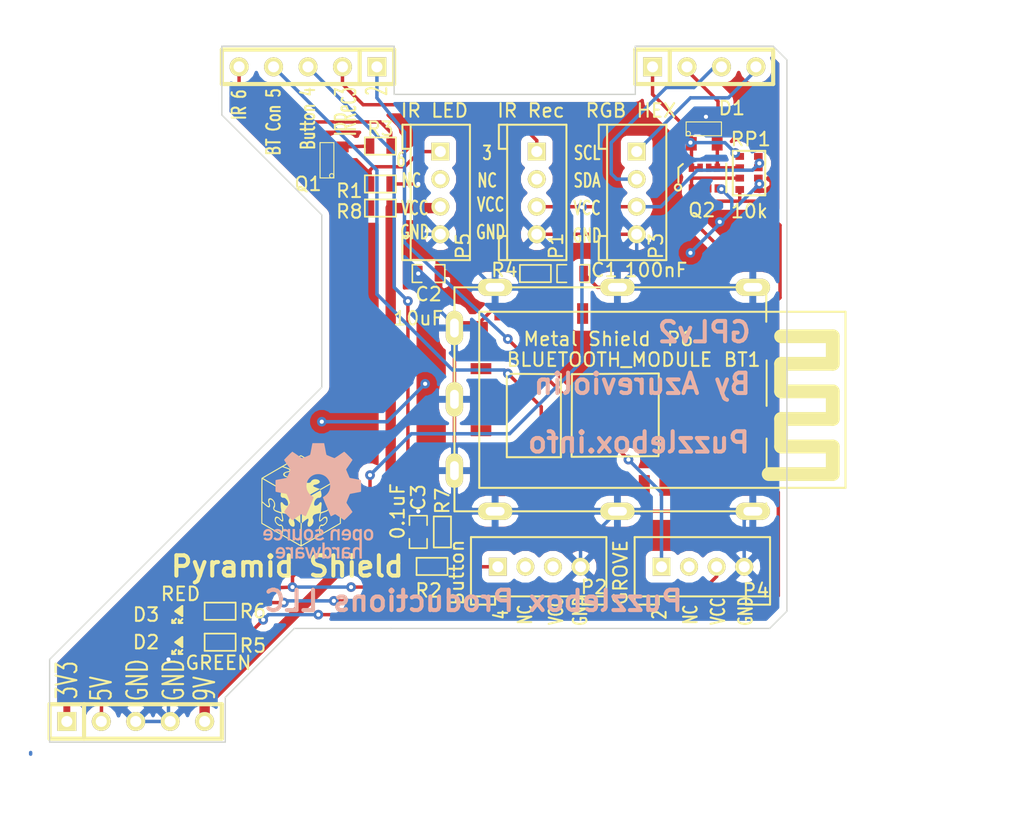
<source format=kicad_pcb>
(kicad_pcb (version 3) (host pcbnew "(2013-05-16 BZR 4016)-stable")
  (title_block (title Pyramid_Shield) (rev 0.1) (company "Puzzlebox Productions LLC") (comment 1 GPLv2) (comment 2 By:Azureviolin))
  (layers (15 F.Cu signal) (0 B.Cu signal) (18 B.Paste user) (19 F.Paste user) (20 B.SilkS user) (21 F.SilkS user) (22 B.Mask user) (23 F.Mask user) (28 Edge.Cuts user))
  (net 0 "")
  (net 1 +3.3V)
  (net 2 +5V)
  (net 3 +9V)
  (net 4 /BT_RESET)
  (net 5 /BT_RX)
  (net 6 /BT_TX)
  (net 7 /D2)
  (net 8 /D3)
  (net 9 /D4)
  (net 10 /D5)
  (net 11 /D6)
  (net 12 /HBT_RX)
  (net 13 /HBT_TX)
  (net 14 /SCL)
  (net 15 /SDA)
  (net 16 GND)
  (net 17 N-0000014)
  (net 18 N-0000017)
  (net 19 N-0000018)
  (net 20 N-0000019)
  (net 21 N-0000020)
  (net 22 N-0000038)
  (net 23 N-0000039)
  (net 24 N-0000040)
  (module Kicad_Puzzlebox_front_s (layer F.Cu) (at 223.52 145.796)
    (fp_text reference VAL hide)
    (fp_text value Kicad_Puzzlebox_front_s hide)
  )
  (module Kicad_OSHW_back_s (layer F.Cu) (at 224.79 145.796)
    (fp_text reference VAL hide)
    (fp_text value Kicad_OSHW_back_s hide)
  )
  (module SOT23 (layer F.Cu) (at 253.238 118.364)
    (fp_text reference D1 (at 2.032 -1.524) (layer F.SilkS))
    (fp_text value TVS_DIODE_ESD hide)
    (pad 3 smd rect (at 0 -1.09982) (size 0.8001 1.00076) (layers F.Cu F.Paste F.Mask) (net 16 GND))
    (pad 2 smd rect (at 0.9525 1.09982) (size 0.8001 1.00076) (layers F.Cu F.Paste F.Mask) (net 13 /HBT_TX))
    (pad 1 smd rect (at -0.9525 1.09982) (size 0.8001 1.00076) (layers F.Cu F.Paste F.Mask) (net 12 /HBT_RX))
  )
  (module SM0603 (layer F.Cu) (at 229.362 124.206 180)
    (fp_text reference R8 (at 2.286 -0.254 180) (layer F.SilkS))
    (fp_text value 200 hide)
    (pad 1 smd rect (at -0.762 0 180) (size 0.635 1.143) (layers F.Cu F.Paste F.Mask) (net 3 +9V))
    (pad 2 smd rect (at 0.762 0 180) (size 0.635 1.143) (layers F.Cu F.Paste F.Mask) (net 23 N-0000039))
  )
  (module SM0603 (layer F.Cu) (at 233.934 148.082 90)
    (fp_text reference R7 (at 2.286 0 90) (layer F.SilkS))
    (fp_text value 330 hide)
    (pad 1 smd rect (at -0.762 0 90) (size 0.635 1.143) (layers F.Cu F.Paste F.Mask) (net 17 N-0000014))
    (pad 2 smd rect (at 0.762 0 90) (size 0.635 1.143) (layers F.Cu F.Paste F.Mask) (net 9 /D4))
  )
  (module SM0603_Capa (layer F.Cu) (at 232.156 148.082 270)
    (fp_text reference C3 (at -2.54 0 270) (layer F.SilkS))
    (fp_text value 0.1uF (at -1.524 1.524 270) (layer F.SilkS))
    (pad 1 smd rect (at -0.762 0 270) (size 0.635 1.143) (layers F.Cu F.Paste F.Mask) (net 16 GND))
    (pad 2 smd rect (at 0.762 0 270) (size 0.635 1.143) (layers F.Cu F.Paste F.Mask) (net 17 N-0000014))
  )
  (module Si5904 (layer F.Cu) (at 252.095 123.063)
    (fp_text reference Q2 (at 0.9652 1.2954) (layer F.SilkS))
    (fp_text value MOS_DUAL hide)
    (pad S1 smd rect (at 0.2032 -0.3048) (size 0.4064 0.6096) (layers F.Cu F.Paste F.Mask) (net 5 /BT_RX))
    (pad G1 smd rect (at 0.8382 -0.3048) (size 0.4064 0.6096) (layers F.Cu F.Paste F.Mask) (net 1 +3.3V))
    (pad S2 smd rect (at 1.4732 -0.3048) (size 0.4064 0.6096) (layers F.Cu F.Paste F.Mask) (net 6 /BT_TX))
    (pad G2 smd rect (at 2.1082 -0.3048) (size 0.4064 0.6096) (layers F.Cu F.Paste F.Mask) (net 1 +3.3V))
    (pad D2 smd rect (at 2.1082 -1.8288) (size 0.4064 0.6096) (layers F.Cu F.Paste F.Mask) (net 13 /HBT_TX))
    (pad D2 smd rect (at 1.4732 -1.8288) (size 0.4064 0.6096) (layers F.Cu F.Paste F.Mask) (net 13 /HBT_TX))
    (pad D1 smd rect (at 0.8382 -1.8288) (size 0.4064 0.6096) (layers F.Cu F.Paste F.Mask) (net 12 /HBT_RX))
    (pad D1 smd rect (at 0.2032 -1.8288) (size 0.4064 0.6096) (layers F.Cu F.Paste F.Mask) (net 12 /HBT_RX))
  )
  (module SIL-5 (layer F.Cu) (at 222.758 113.792 180)
    (fp_text reference P7 hide)
    (fp_text value CONN_5 hide)
    (pad 1 thru_hole rect (at -6.35 0 180) (size 1.397 1.397) (drill 0.8128) (layers *.Cu *.Mask F.SilkS) (net 7 /D2))
    (pad 2 thru_hole circle (at -3.81 0 180) (size 1.397 1.397) (drill 0.8128) (layers *.Cu *.Mask F.SilkS) (net 8 /D3))
    (pad 3 thru_hole circle (at -1.27 0 180) (size 1.397 1.397) (drill 0.8128) (layers *.Cu *.Mask F.SilkS) (net 9 /D4))
    (pad 4 thru_hole circle (at 1.27 0 180) (size 1.397 1.397) (drill 0.8128) (layers *.Cu *.Mask F.SilkS) (net 10 /D5))
    (pad 5 thru_hole circle (at 3.81 0 180) (size 1.397 1.397) (drill 0.8128) (layers *.Cu *.Mask F.SilkS) (net 11 /D6))
  )
  (module SIL-4 (layer F.Cu) (at 253.238 113.792)
    (fp_text reference P8 hide)
    (fp_text value CONN_4 hide)
    (pad 1 thru_hole rect (at -3.81 0) (size 1.397 1.397) (drill 0.8128) (layers *.Cu *.Mask F.SilkS) (net 12 /HBT_RX))
    (pad 2 thru_hole circle (at -1.27 0) (size 1.397 1.397) (drill 0.8128) (layers *.Cu *.Mask F.SilkS) (net 13 /HBT_TX))
    (pad 3 thru_hole circle (at 1.27 0) (size 1.397 1.397) (drill 0.8128) (layers *.Cu *.Mask F.SilkS) (net 15 /SDA))
    (pad 4 thru_hole circle (at 3.81 0) (size 1.397 1.397) (drill 0.8128) (layers *.Cu *.Mask F.SilkS) (net 14 /SCL))
  )
  (module SIL-5 (layer F.Cu) (at 212.598 162.052)
    (fp_text reference P9 hide)
    (fp_text value CONN_5 hide)
    (pad 1 thru_hole rect (at -6.35 0) (size 1.397 1.397) (drill 0.8128) (layers *.Cu *.Mask F.SilkS) (net 1 +3.3V))
    (pad 2 thru_hole circle (at -3.81 0) (size 1.397 1.397) (drill 0.8128) (layers *.Cu *.Mask F.SilkS) (net 2 +5V))
    (pad 3 thru_hole circle (at -1.27 0) (size 1.397 1.397) (drill 0.8128) (layers *.Cu *.Mask F.SilkS) (net 16 GND))
    (pad 4 thru_hole circle (at 1.27 0) (size 1.397 1.397) (drill 0.8128) (layers *.Cu *.Mask F.SilkS) (net 16 GND))
    (pad 5 thru_hole circle (at 3.81 0) (size 1.397 1.397) (drill 0.8128) (layers *.Cu *.Mask F.SilkS) (net 3 +9V))
  )
  (module Bluetooth_Module (layer F.Cu) (at 236.6518 144.8308)
    (fp_text reference BT1 (at 19.3802 -9.4488) (layer F.SilkS))
    (fp_text value BLUETOOTH_MODULE (at 9.6012 -9.4488) (layer F.SilkS))
    (pad 22 smd rect (at 1.524 -0.0254) (size 0.8128 1.27) (layers F.Cu F.Paste F.Mask) (net 16 GND))
    (pad 23 smd rect (at 3.048 -0.1524) (size 0.8128 1.524) (layers F.Cu F.Paste F.Mask))
    (pad 24 smd rect (at 4.572 -0.1524) (size 0.8128 1.524) (layers F.Cu F.Paste F.Mask) (net 10 /D5))
    (pad 25 smd rect (at 6.096 -0.1524) (size 0.8128 1.524) (layers F.Cu F.Paste F.Mask))
    (pad 26 smd rect (at 7.5946 -0.1778) (size 0.8128 1.524) (layers F.Cu F.Paste F.Mask))
    (pad 27 smd rect (at 9.1186 -0.1778) (size 0.8128 1.524) (layers F.Cu F.Paste F.Mask))
    (pad 28 smd rect (at 10.6426 -0.1778) (size 0.8128 1.524) (layers F.Cu F.Paste F.Mask))
    (pad 29 smd rect (at 12.1666 -0.1778) (size 0.8128 1.524) (layers F.Cu F.Paste F.Mask))
    (pad 30 smd rect (at 13.6906 -0.1778) (size 0.8128 1.524) (layers F.Cu F.Paste F.Mask))
    (pad 31 smd rect (at 15.2146 -0.1778) (size 0.8128 1.524) (layers F.Cu F.Paste F.Mask))
    (pad 32 smd rect (at 16.7386 -0.1778) (size 0.8128 1.524) (layers F.Cu F.Paste F.Mask))
    (pad 33 smd rect (at 18.2626 -0.1778) (size 0.8128 1.524) (layers F.Cu F.Paste F.Mask) (net 20 N-0000019))
    (pad 34 smd rect (at 19.7866 -0.1778) (size 0.8128 1.524) (layers F.Cu F.Paste F.Mask) (net 21 N-0000020))
    (pad 1 smd rect (at 19.812 -12.8524) (size 0.8128 1.524) (layers F.Cu F.Paste F.Mask) (net 6 /BT_TX))
    (pad 2 smd rect (at 18.288 -12.8524) (size 0.8128 1.524) (layers F.Cu F.Paste F.Mask) (net 5 /BT_RX))
    (pad 3 smd rect (at 16.764 -12.8524) (size 0.8128 1.524) (layers F.Cu F.Paste F.Mask))
    (pad 4 smd rect (at 15.24 -12.8524) (size 0.8128 1.524) (layers F.Cu F.Paste F.Mask))
    (pad 5 smd rect (at 13.716 -12.8524) (size 0.8128 1.524) (layers F.Cu F.Paste F.Mask))
    (pad 6 smd rect (at 12.192 -12.8524) (size 0.8128 1.524) (layers F.Cu F.Paste F.Mask))
    (pad 7 smd rect (at 10.668 -12.8524) (size 0.8128 1.524) (layers F.Cu F.Paste F.Mask))
    (pad 8 smd rect (at 9.144 -12.8524) (size 0.8128 1.524) (layers F.Cu F.Paste F.Mask))
    (pad 9 smd rect (at 7.62 -12.8524) (size 0.8128 1.524) (layers F.Cu F.Paste F.Mask))
    (pad 10 smd rect (at 6.096 -12.8524) (size 0.8128 1.524) (layers F.Cu F.Paste F.Mask))
    (pad 11 smd rect (at 4.572 -12.8524) (size 0.8128 1.524) (layers F.Cu F.Paste F.Mask) (net 4 /BT_RESET))
    (pad 12 smd rect (at 3.048 -12.8524) (size 0.8128 1.524) (layers F.Cu F.Paste F.Mask) (net 1 +3.3V))
    (pad 13 smd rect (at 1.524 -12.9794) (size 0.8128 1.27) (layers F.Cu F.Paste F.Mask) (net 16 GND))
    (pad 15 smd rect (at 0.127 -10.3124) (size 1.524 0.8128) (layers F.Cu F.Paste F.Mask))
    (pad 16 smd rect (at 0.127 -8.7884) (size 1.524 0.8128) (layers F.Cu F.Paste F.Mask))
    (pad 17 smd rect (at 0.127 -7.2644) (size 1.524 0.8128) (layers F.Cu F.Paste F.Mask))
    (pad 18 smd rect (at 0.127 -5.7404) (size 1.524 0.8128) (layers F.Cu F.Paste F.Mask))
    (pad 19 smd rect (at 0.127 -4.2164) (size 1.524 0.8128) (layers F.Cu F.Paste F.Mask))
    (pad 20 smd rect (at 0.127 -2.6924) (size 1.524 0.8128) (layers F.Cu F.Paste F.Mask))
    (pad 21 smd rect (at 0 -1.1684) (size 1.27 0.8128) (layers F.Cu F.Paste F.Mask) (net 16 GND))
    (pad 14 smd rect (at 0 -11.8364) (size 1.27 0.8128) (layers F.Cu F.Paste F.Mask) (net 16 GND))
  )
  (module LED-0603-Symbol (layer F.Cu) (at 214.503 153.924 180)
    (fp_text reference D3 (at 2.413 -0.254 180) (layer F.SilkS))
    (fp_text value RED (at -0.127 1.27 180) (layer F.SilkS))
    (pad 1 smd rect (at -0.7493 0 180) (size 0.79756 0.79756) (layers F.Cu F.Paste F.Mask) (net 18 N-0000017))
    (pad 2 smd rect (at 0.7493 0 180) (size 0.79756 0.79756) (layers F.Cu F.Paste F.Mask) (net 16 GND))
  )
  (module LED-0603-Symbol (layer F.Cu) (at 214.503 156.21 180)
    (fp_text reference D2 (at 2.413 0 180) (layer F.SilkS))
    (fp_text value GREEN (at -2.921 -1.524 180) (layer F.SilkS))
    (pad 1 smd rect (at -0.7493 0 180) (size 0.79756 0.79756) (layers F.Cu F.Paste F.Mask) (net 19 N-0000018))
    (pad 2 smd rect (at 0.7493 0 180) (size 0.79756 0.79756) (layers F.Cu F.Paste F.Mask) (net 16 GND))
  )
  (module RP (layer F.Cu) (at 255.524 120.142 270)
    (fp_text reference RP1 (at -1.016 -1.143 360) (layer F.SilkS))
    (fp_text value 10k (at 4.2926 -1.0414 360) (layer F.SilkS))
    (pad 1 smd rect (at 0.254 -0.3302 270) (size 0.508 0.635) (layers F.Cu F.Paste F.Mask) (net 12 /HBT_RX))
    (pad 2 smd rect (at 1.0922 -0.3302 270) (size 0.508 0.635) (layers F.Cu F.Paste F.Mask) (net 13 /HBT_TX))
    (pad 3 smd rect (at 1.8542 -0.3302 270) (size 0.508 0.635) (layers F.Cu F.Paste F.Mask) (net 5 /BT_RX))
    (pad 4 smd rect (at 2.6924 -0.3302 270) (size 0.508 0.635) (layers F.Cu F.Paste F.Mask) (net 6 /BT_TX))
    (pad 5 smd rect (at 2.6924 -1.7018 270) (size 0.508 0.635) (layers F.Cu F.Paste F.Mask) (net 1 +3.3V))
    (pad 6 smd rect (at 1.8542 -1.7018 270) (size 0.508 0.635) (layers F.Cu F.Paste F.Mask) (net 1 +3.3V))
    (pad 7 smd rect (at 1.0922 -1.7018 270) (size 0.508 0.635) (layers F.Cu F.Paste F.Mask) (net 2 +5V))
    (pad 8 smd rect (at 0.254 -1.7018 270) (size 0.508 0.635) (layers F.Cu F.Paste F.Mask) (net 2 +5V))
  )
  (module SM0603 (layer F.Cu) (at 229.362 119.634)
    (fp_text reference R3 (at 0 -1.27) (layer F.SilkS))
    (fp_text value 820 hide)
    (pad 1 smd rect (at -0.762 0) (size 0.635 1.143) (layers F.Cu F.Paste F.Mask) (net 22 N-0000038))
    (pad 2 smd rect (at 0.762 0) (size 0.635 1.143) (layers F.Cu F.Paste F.Mask) (net 11 /D6))
  )
  (module SM0603 (layer F.Cu) (at 233.172 150.622)
    (fp_text reference R2 (at -0.254 1.778) (layer F.SilkS))
    (fp_text value 10k hide)
    (pad 1 smd rect (at -0.762 0) (size 0.635 1.143) (layers F.Cu F.Paste F.Mask) (net 2 +5V))
    (pad 2 smd rect (at 0.762 0) (size 0.635 1.143) (layers F.Cu F.Paste F.Mask) (net 17 N-0000014))
  )
  (module SM0603 (layer F.Cu) (at 240.792 129.032 180)
    (fp_text reference R4 (at 2.286 0.254 180) (layer F.SilkS))
    (fp_text value 1M hide)
    (pad 1 smd rect (at -0.762 0 180) (size 0.635 1.143) (layers F.Cu F.Paste F.Mask) (net 4 /BT_RESET))
    (pad 2 smd rect (at 0.762 0 180) (size 0.635 1.143) (layers F.Cu F.Paste F.Mask) (net 1 +3.3V))
  )
  (module SM0603 (layer F.Cu) (at 217.551 153.924 180)
    (fp_text reference R6 (at -2.413 0 180) (layer F.SilkS))
    (fp_text value 330 hide)
    (pad 1 smd rect (at -0.762 0 180) (size 0.635 1.143) (layers F.Cu F.Paste F.Mask) (net 20 N-0000019))
    (pad 2 smd rect (at 0.762 0 180) (size 0.635 1.143) (layers F.Cu F.Paste F.Mask) (net 18 N-0000017))
  )
  (module SM0603 (layer F.Cu) (at 217.551 156.21 180)
    (fp_text reference R5 (at -2.413 -0.254 180) (layer F.SilkS))
    (fp_text value 330 hide)
    (pad 1 smd rect (at -0.762 0 180) (size 0.635 1.143) (layers F.Cu F.Paste F.Mask) (net 21 N-0000020))
    (pad 2 smd rect (at 0.762 0 180) (size 0.635 1.143) (layers F.Cu F.Paste F.Mask) (net 19 N-0000018))
  )
  (module SM0603 (layer F.Cu) (at 229.362 122.428 180)
    (fp_text reference R1 (at 2.286 -0.508 180) (layer F.SilkS))
    (fp_text value 10k hide)
    (pad 1 smd rect (at -0.762 0 180) (size 0.635 1.143) (layers F.Cu F.Paste F.Mask) (net 16 GND))
    (pad 2 smd rect (at 0.762 0 180) (size 0.635 1.143) (layers F.Cu F.Paste F.Mask) (net 24 N-0000040))
  )
  (module SM0603_Capa (layer F.Cu) (at 243.586 129.032)
    (fp_text reference C1 (at 2.286 -0.254) (layer F.SilkS))
    (fp_text value 100nF (at 6.096 -0.254) (layer F.SilkS))
    (pad 1 smd rect (at -0.762 0) (size 0.635 1.143) (layers F.Cu F.Paste F.Mask) (net 4 /BT_RESET))
    (pad 2 smd rect (at 0.762 0) (size 0.635 1.143) (layers F.Cu F.Paste F.Mask) (net 16 GND))
  )
  (module SM0603_Capa (layer F.Cu) (at 232.918 129.032 180)
    (fp_text reference C2 (at 0 -1.524 180) (layer F.SilkS))
    (fp_text value 10uF (at 0.762 -3.302 180) (layer F.SilkS))
    (pad 1 smd rect (at -0.762 0 180) (size 0.635 1.143) (layers F.Cu F.Paste F.Mask) (net 1 +3.3V))
    (pad 2 smd rect (at 0.762 0 180) (size 0.635 1.143) (layers F.Cu F.Paste F.Mask) (net 16 GND))
  )
  (module SOT23 (layer F.Cu) (at 225.425 120.65 90)
    (fp_text reference Q1 (at -1.778 -1.397 180) (layer F.SilkS))
    (fp_text value PNP hide)
    (pad 3 smd rect (at 0 -1.09982 90) (size 0.8001 1.00076) (layers F.Cu F.Paste F.Mask) (net 24 N-0000040))
    (pad 2 smd rect (at 0.9525 1.09982 90) (size 0.8001 1.00076) (layers F.Cu F.Paste F.Mask) (net 22 N-0000038))
    (pad 1 smd rect (at -0.9525 1.09982 90) (size 0.8001 1.00076) (layers F.Cu F.Paste F.Mask) (net 23 N-0000039))
  )
  (module metal_shield (layer F.Cu) (at 234.823 146.558)
    (fp_text reference P6 (at 16.637 -12.7) (layer F.SilkS))
    (fp_text value "Metal Shield" (at 9.779 -12.7) (layer F.SilkS))
    (pad 4 thru_hole oval (at 0 -13.5128) (size 1.27 2.54) (drill oval 0.635 1.397) (layers *.Cu *.Mask F.SilkS) (net 16 GND))
    (pad 5 thru_hole oval (at 0 -8.255) (size 1.27 2.54) (drill oval 0.635 1.397) (layers *.Cu *.Mask F.SilkS) (net 16 GND))
    (pad 6 thru_hole oval (at 0 -2.9972) (size 1.27 2.54) (drill oval 0.635 1.397) (layers *.Cu *.Mask F.SilkS) (net 16 GND))
    (pad 7 thru_hole oval (at 2.9972 0 90) (size 1.27 2.54) (drill oval 0.635 1.397) (layers *.Cu *.Mask F.SilkS) (net 16 GND))
    (pad 8 thru_hole oval (at 12.0142 0 90) (size 1.27 2.54) (drill oval 0.635 1.397) (layers *.Cu *.Mask F.SilkS) (net 16 GND))
    (pad 9 thru_hole oval (at 21.9964 0 90) (size 1.27 2.54) (drill oval 0.635 1.397) (layers *.Cu *.Mask F.SilkS) (net 16 GND))
    (pad 3 thru_hole oval (at 2.9972 -16.51 90) (size 1.27 2.54) (drill oval 0.635 1.397) (layers *.Cu *.Mask F.SilkS) (net 16 GND))
    (pad 2 thru_hole oval (at 12.0142 -16.51 90) (size 1.27 2.54) (drill oval 0.635 1.397) (layers *.Cu *.Mask F.SilkS) (net 16 GND))
    (pad 1 thru_hole oval (at 21.9964 -16.51 90) (size 1.27 2.54) (drill oval 0.635 1.397) (layers *.Cu *.Mask F.SilkS) (net 16 GND))
  )
  (module grove_4_vertical (layer F.Cu) (at 234.442 119.38 180)
    (fp_text reference P5 (at -1.016 -7.62 270) (layer F.SilkS))
    (fp_text value "IR LED" (at 1.0922 2.3622 180) (layer F.SilkS))
    (fp_text user 6 (at 3.556 -1.27 180) (layer F.SilkS) (effects (font (size 1 0.7))))
    (fp_text user NC (at 2.794 -2.794 180) (layer F.SilkS) (effects (font (size 1 0.7))))
    (fp_text user VCC (at 2.54 -4.826 180) (layer F.SilkS) (effects (font (size 1 0.7))))
    (fp_text user GND (at 2.54 -6.604 180) (layer F.SilkS) (effects (font (size 1 0.7))))
    (pad 4 thru_hole circle (at 0.6604 -6.7564 180) (size 1.3208 1.3208) (drill 0.8128) (layers *.Cu *.Mask F.SilkS) (net 16 GND))
    (pad 3 thru_hole circle (at 0.6604 -4.7244 180) (size 1.3208 1.3208) (drill 0.8128) (layers *.Cu *.Mask F.SilkS) (net 3 +9V))
    (pad 2 thru_hole circle (at 0.6604 -2.6924 180) (size 1.3208 1.3208) (drill 0.8128) (layers *.Cu *.Mask F.SilkS))
    (pad 1 thru_hole rect (at 0.6604 -0.6604 180) (size 1.3208 1.3208) (drill 0.8128) (layers *.Cu *.Mask F.SilkS) (net 24 N-0000040))
  )
  (module grove_4_vertical (layer F.Cu) (at 249.428 149.987 270)
    (fp_text reference P4 (at 2.413 -7.62 360) (layer F.SilkS))
    (fp_text value GROVE (at 1.0922 2.3622 270) (layer F.SilkS))
    (fp_text user 2 (at 4.191 -0.508 270) (layer F.SilkS) (effects (font (size 1 0.7))))
    (fp_text user NC (at 4.191 -2.794 270) (layer F.SilkS) (effects (font (size 1 0.7))))
    (fp_text user VCC (at 3.937 -4.826 270) (layer F.SilkS) (effects (font (size 1 0.7))))
    (fp_text user GND (at 3.937 -6.858 270) (layer F.SilkS) (effects (font (size 1 0.7))))
    (pad 4 thru_hole circle (at 0.6604 -6.7564 270) (size 1.3208 1.3208) (drill 0.8128) (layers *.Cu *.Mask F.SilkS) (net 16 GND))
    (pad 3 thru_hole circle (at 0.6604 -4.7244 270) (size 1.3208 1.3208) (drill 0.8128) (layers *.Cu *.Mask F.SilkS) (net 2 +5V))
    (pad 2 thru_hole circle (at 0.6604 -2.6924 270) (size 1.3208 1.3208) (drill 0.8128) (layers *.Cu *.Mask F.SilkS))
    (pad 1 thru_hole rect (at 0.6604 -0.6604 270) (size 1.3208 1.3208) (drill 0.8128) (layers *.Cu *.Mask F.SilkS) (net 7 /D2))
  )
  (module grove_4_vertical (layer F.Cu) (at 248.92 119.38 180)
    (fp_text reference P3 (at -0.762 -7.62 270) (layer F.SilkS))
    (fp_text value "RGB HEX" (at 1.0922 2.3622 180) (layer F.SilkS))
    (fp_text user SCL (at 4.318 -0.762 180) (layer F.SilkS) (effects (font (size 1 0.7))))
    (fp_text user SDA (at 4.318 -2.794 180) (layer F.SilkS) (effects (font (size 1 0.7))))
    (fp_text user VCC (at 4.318 -4.826 180) (layer F.SilkS) (effects (font (size 1 0.7))))
    (fp_text user GND (at 4.318 -6.858 180) (layer F.SilkS) (effects (font (size 1 0.7))))
    (pad 4 thru_hole circle (at 0.6604 -6.7564 180) (size 1.3208 1.3208) (drill 0.8128) (layers *.Cu *.Mask F.SilkS) (net 16 GND))
    (pad 3 thru_hole circle (at 0.6604 -4.7244 180) (size 1.3208 1.3208) (drill 0.8128) (layers *.Cu *.Mask F.SilkS) (net 2 +5V))
    (pad 2 thru_hole circle (at 0.6604 -2.6924 180) (size 1.3208 1.3208) (drill 0.8128) (layers *.Cu *.Mask F.SilkS) (net 15 /SDA))
    (pad 1 thru_hole rect (at 0.6604 -0.6604 180) (size 1.3208 1.3208) (drill 0.8128) (layers *.Cu *.Mask F.SilkS) (net 14 /SCL))
  )
  (module grove_4_vertical (layer F.Cu) (at 237.363 149.987 270)
    (fp_text reference P2 (at 2.159 -7.747 360) (layer F.SilkS))
    (fp_text value Button (at 1.0922 2.3622 270) (layer F.SilkS))
    (fp_text user 4 (at 4.191 -0.889 270) (layer F.SilkS) (effects (font (size 1 0.7))))
    (fp_text user NC (at 4.191 -2.667 270) (layer F.SilkS) (effects (font (size 1 0.7))))
    (fp_text user VCC (at 3.937 -4.953 270) (layer F.SilkS) (effects (font (size 1 0.7))))
    (fp_text user GND (at 3.937 -6.731 270) (layer F.SilkS) (effects (font (size 1 0.7))))
    (pad 4 thru_hole circle (at 0.6604 -6.7564 270) (size 1.3208 1.3208) (drill 0.8128) (layers *.Cu *.Mask F.SilkS) (net 16 GND))
    (pad 3 thru_hole circle (at 0.6604 -4.7244 270) (size 1.3208 1.3208) (drill 0.8128) (layers *.Cu *.Mask F.SilkS))
    (pad 2 thru_hole circle (at 0.6604 -2.6924 270) (size 1.3208 1.3208) (drill 0.8128) (layers *.Cu *.Mask F.SilkS))
    (pad 1 thru_hole rect (at 0.6604 -0.6604 270) (size 1.3208 1.3208) (drill 0.8128) (layers *.Cu *.Mask F.SilkS) (net 17 N-0000014))
  )
  (module grove_4_vertical (layer F.Cu) (at 241.554 119.38 180)
    (fp_text reference P1 (at -0.762 -7.62 270) (layer F.SilkS))
    (fp_text value "IR Rec" (at 1.0922 2.3622 180) (layer F.SilkS))
    (fp_text user 3 (at 4.318 -0.762 180) (layer F.SilkS) (effects (font (size 1 0.7))))
    (fp_text user NC (at 4.318 -2.794 180) (layer F.SilkS) (effects (font (size 1 0.7))))
    (fp_text user VCC (at 4.064 -4.572 180) (layer F.SilkS) (effects (font (size 1 0.7))))
    (fp_text user GND (at 4.064 -6.604 180) (layer F.SilkS) (effects (font (size 1 0.7))))
    (pad 4 thru_hole circle (at 0.6604 -6.7564 180) (size 1.3208 1.3208) (drill 0.8128) (layers *.Cu *.Mask F.SilkS) (net 16 GND))
    (pad 3 thru_hole circle (at 0.6604 -4.7244 180) (size 1.3208 1.3208) (drill 0.8128) (layers *.Cu *.Mask F.SilkS) (net 2 +5V))
    (pad 2 thru_hole circle (at 0.6604 -2.6924 180) (size 1.3208 1.3208) (drill 0.8128) (layers *.Cu *.Mask F.SilkS))
    (pad 1 thru_hole rect (at 0.6604 -0.6604 180) (size 1.3208 1.3208) (drill 0.8128) (layers *.Cu *.Mask F.SilkS) (net 8 /D3))
  )
  (gr_text "Pyramid Shield" (at 222.504 150.622) (layer F.SilkS) (effects (font (size 1.5 1.5) (thickness 0.3))))
  (gr_text "By Azureviolin" (at 248.666 137.16) (layer B.SilkS) (effects (font (size 1.5 1.5) (thickness 0.3)) (justify mirror)))
  (gr_text Puzzlebox.info (at 248.412 141.478) (layer B.SilkS) (effects (font (size 1.5 1.5) (thickness 0.3)) (justify mirror)))
  (gr_text "Puzzlebox Productions LLC" (at 236.22 153.162) (layer B.SilkS) (effects (font (size 1.5 1.5) (thickness 0.3)) (justify mirror)))
  (gr_text GPLv2 (at 253.238 133.35) (layer B.SilkS) (effects (font (size 1.5 1.5) (thickness 0.3)) (justify mirror)))
  (gr_line (start 259.334 153.924) (end 258.826 154.432) (angle 90) (layer Edge.Cuts) (width 0.1))
  (gr_line (start 259.334 113.284) (end 259.334 153.924) (angle 90) (layer Edge.Cuts) (width 0.1))
  (gr_line (start 258.826 112.776) (end 259.334 113.284) (angle 90) (layer Edge.Cuts) (width 0.1))
  (gr_line (start 225.044 124.714) (end 225.044 137.414) (angle 90) (layer Edge.Cuts) (width 0.1))
  (gr_line (start 225.044 137.414) (end 204.978 157.48) (angle 90) (layer Edge.Cuts) (width 0.1))
  (gr_line (start 225.044 124.714) (end 217.678 117.348) (angle 90) (layer Edge.Cuts) (width 0.1))
  (gr_line (start 223.012 155.194) (end 230.124 155.194) (angle 90) (layer Edge.Cuts) (width 0.1))
  (gr_line (start 217.932 160.274) (end 223.012 155.194) (angle 90) (layer Edge.Cuts) (width 0.1))
  (gr_line (start 204.978 163.576) (end 204.978 157.48) (angle 90) (layer Edge.Cuts) (width 0.1))
  (gr_line (start 217.932 163.576) (end 217.932 160.274) (angle 90) (layer Edge.Cuts) (width 0.1))
  (gr_line (start 204.978 163.576) (end 217.932 163.576) (angle 90) (layer Edge.Cuts) (width 0.1))
  (gr_line (start 230.124 155.194) (end 258.064 155.194) (angle 90) (layer Edge.Cuts) (width 0.1))
  (gr_line (start 248.158 115.824) (end 230.378 115.824) (angle 90) (layer Edge.Cuts) (width 0.1))
  (gr_line (start 248.158 112.268) (end 248.158 115.824) (angle 90) (layer Edge.Cuts) (width 0.1))
  (gr_line (start 230.378 115.57) (end 230.378 115.824) (angle 90) (layer Edge.Cuts) (width 0.1))
  (gr_line (start 230.378 112.268) (end 230.378 115.57) (angle 90) (layer Edge.Cuts) (width 0.1))
  (gr_line (start 217.678 112.268) (end 217.678 112.522) (angle 90) (layer Edge.Cuts) (width 0.1))
  (gr_line (start 230.378 112.268) (end 217.678 112.268) (angle 90) (layer Edge.Cuts) (width 0.1))
  (gr_line (start 258.318 112.268) (end 248.158 112.268) (angle 90) (layer Edge.Cuts) (width 0.1))
  (gr_line (start 258.826 112.776) (end 258.318 112.268) (angle 90) (layer Edge.Cuts) (width 0.1))
  (gr_line (start 217.678 112.522) (end 217.678 117.348) (angle 90) (layer Edge.Cuts) (width 0.1))
  (gr_line (start 258.826 154.432) (end 258.064 155.194) (angle 90) (layer Edge.Cuts) (width 0.1))
  (gr_text 2 (at 229.108 115.57 90) (layer F.SilkS) (effects (font (size 1.5 0.7))))
  (gr_text IRRec3 (at 226.822 117.094 90) (layer F.SilkS) (effects (font (size 1.5 0.7))))
  (gr_text "Button 4" (at 224.028 117.602 90) (layer F.SilkS) (effects (font (size 1 0.7))))
  (gr_text "BT Con 5" (at 221.488 117.856 90) (layer F.SilkS) (effects (font (size 1 0.7))))
  (gr_text "IR 6" (at 218.948 116.586 90) (layer F.SilkS) (effects (font (size 1 0.7))))
  (gr_text 9V (at 216.408 159.639 90) (layer F.SilkS) (effects (font (size 1.524 1.016) (thickness 0.1524))))
  (gr_text GND (at 214.122 159.004 90) (layer F.SilkS) (effects (font (size 1.524 1.016) (thickness 0.1524))))
  (gr_text GND (at 211.455 159.004 90) (layer F.SilkS) (effects (font (size 1.524 1.016) (thickness 0.1524))))
  (gr_text 5V (at 208.788 159.639 90) (layer F.SilkS) (effects (font (size 1.524 1.016) (thickness 0.1524))))
  (gr_text 3V3 (at 206.248 159.004 90) (layer F.SilkS) (effects (font (size 1.524 1.016) (thickness 0.1524))))
  (segment (start 255.27 124.46) (end 255.27 123.571) (width 0.254) (layer B.Cu) (net 1))
  (segment (start 254.4572 122.7582) (end 254.2032 122.7582) (width 0.254) (layer F.Cu) (net 1))
  (segment (start 254.508 122.809) (end 254.4572 122.7582) (width 0.254) (layer F.Cu) (net 1))
  (via (at 254.508 122.809) (size 0.7112) (layers F.Cu B.Cu) (net 1))
  (segment (start 255.27 123.571) (end 254.508 122.809) (width 0.254) (layer B.Cu) (net 1))
  (segment (start 252.9332 122.7582) (end 252.9332 123.7742) (width 0.254) (layer F.Cu) (net 1))
  (segment (start 254.381 125.222) (end 254.4445 125.2855) (width 0.254) (layer B.Cu) (net 1))
  (via (at 254.381 125.222) (size 0.7112) (layers F.Cu B.Cu) (net 1))
  (segment (start 252.9332 123.7742) (end 254.381 125.222) (width 0.254) (layer F.Cu) (net 1))
  (segment (start 257.2258 121.9962) (end 257.2258 122.3518) (width 0.254) (layer F.Cu) (net 1))
  (segment (start 240.03 127.762) (end 240.03 129.032) (width 0.254) (layer F.Cu) (net 1))
  (segment (start 240.284 127.508) (end 240.03 127.762) (width 0.254) (layer F.Cu) (net 1))
  (segment (start 252.222 127.508) (end 240.284 127.508) (width 0.254) (layer F.Cu) (net 1))
  (via (at 252.222 127.508) (size 0.7112) (layers F.Cu B.Cu) (net 1))
  (segment (start 257.302 122.428) (end 255.27 124.46) (width 0.254) (layer B.Cu) (net 1))
  (segment (start 255.27 124.46) (end 254.4445 125.2855) (width 0.254) (layer B.Cu) (net 1))
  (segment (start 254.4445 125.2855) (end 252.222 127.508) (width 0.254) (layer B.Cu) (net 1))
  (via (at 257.302 122.428) (size 0.7112) (layers F.Cu B.Cu) (net 1))
  (segment (start 257.2258 122.3518) (end 257.302 122.428) (width 0.254) (layer F.Cu) (net 1))
  (segment (start 233.68 129.032) (end 233.68 130.81) (width 0.254) (layer F.Cu) (net 1))
  (segment (start 206.248 157.226) (end 206.248 162.052) (width 0.254) (layer F.Cu) (net 1))
  (segment (start 223.52 139.954) (end 206.248 157.226) (width 0.254) (layer F.Cu) (net 1))
  (segment (start 224.028 139.954) (end 223.52 139.954) (width 0.254) (layer F.Cu) (net 1))
  (segment (start 225.044 139.954) (end 224.028 139.954) (width 0.254) (layer F.Cu) (net 1))
  (via (at 225.044 139.954) (size 0.7112) (layers F.Cu B.Cu) (net 1))
  (segment (start 229.87 139.954) (end 225.044 139.954) (width 0.254) (layer B.Cu) (net 1))
  (segment (start 232.664 137.16) (end 229.87 139.954) (width 0.254) (layer B.Cu) (net 1))
  (via (at 232.664 137.16) (size 0.7112) (layers F.Cu B.Cu) (net 1))
  (segment (start 232.664 131.826) (end 232.664 137.16) (width 0.254) (layer F.Cu) (net 1))
  (segment (start 233.68 130.81) (end 232.664 131.826) (width 0.254) (layer F.Cu) (net 1))
  (segment (start 257.2258 122.8344) (end 257.2258 121.9962) (width 0.254) (layer F.Cu) (net 1))
  (segment (start 240.03 129.032) (end 239.776 129.032) (width 0.254) (layer F.Cu) (net 1))
  (segment (start 239.776 129.032) (end 239.268 128.524) (width 0.254) (layer F.Cu) (net 1))
  (segment (start 239.268 128.524) (end 234.188 128.524) (width 0.254) (layer F.Cu) (net 1))
  (segment (start 234.188 128.524) (end 233.68 129.032) (width 0.254) (layer F.Cu) (net 1))
  (segment (start 239.6998 131.9784) (end 239.6998 129.6162) (width 0.254) (layer F.Cu) (net 1))
  (segment (start 239.6998 129.6162) (end 240.03 129.032) (width 0.254) (layer F.Cu) (net 1))
  (segment (start 222.885 152.146) (end 222.885 151.384) (width 0.254) (layer F.Cu) (net 2))
  (segment (start 244.221 124.1425) (end 244.221 124.1044) (width 0.254) (layer F.Cu) (net 2))
  (via (at 244.221 124.1425) (size 0.7112) (layers F.Cu B.Cu) (net 2))
  (segment (start 244.221 135.509) (end 244.221 124.1425) (width 0.254) (layer B.Cu) (net 2))
  (segment (start 238.887 140.843) (end 244.221 135.509) (width 0.254) (layer B.Cu) (net 2))
  (segment (start 231.648 140.843) (end 238.887 140.843) (width 0.254) (layer B.Cu) (net 2))
  (segment (start 228.6 143.891) (end 231.648 140.843) (width 0.254) (layer B.Cu) (net 2))
  (via (at 228.6 143.891) (size 0.7112) (layers F.Cu B.Cu) (net 2))
  (segment (start 228.6 145.669) (end 228.6 143.891) (width 0.254) (layer F.Cu) (net 2))
  (segment (start 222.885 151.384) (end 228.6 145.669) (width 0.254) (layer F.Cu) (net 2))
  (segment (start 208.788 162.052) (end 208.8515 158.0515) (width 0.254) (layer F.Cu) (net 2))
  (segment (start 232.41 152.146) (end 227.203 152.146) (width 0.254) (layer F.Cu) (net 2))
  (via (at 227.203 152.146) (size 0.7112) (layers F.Cu B.Cu) (net 2))
  (segment (start 227.203 152.146) (end 222.885 152.146) (width 0.254) (layer B.Cu) (net 2))
  (via (at 222.885 152.146) (size 0.7112) (layers F.Cu B.Cu) (net 2))
  (segment (start 222.885 152.146) (end 213.106 152.527) (width 0.254) (layer F.Cu) (net 2))
  (segment (start 208.8515 158.0515) (end 213.106 152.527) (width 0.254) (layer F.Cu) (net 2))
  (segment (start 232.41 150.622) (end 232.41 152.146) (width 0.254) (layer F.Cu) (net 2))
  (segment (start 254.1524 150.6474) (end 254.1524 151.3586) (width 0.254) (layer F.Cu) (net 2))
  (segment (start 253.365 152.146) (end 232.41 152.146) (width 0.254) (layer F.Cu) (net 2))
  (segment (start 254.1524 151.3586) (end 253.365 152.146) (width 0.254) (layer F.Cu) (net 2))
  (segment (start 248.2596 124.1044) (end 244.475 124.1044) (width 0.254) (layer F.Cu) (net 2))
  (segment (start 244.475 124.1044) (end 244.221 124.1044) (width 0.254) (layer F.Cu) (net 2))
  (segment (start 244.221 124.1044) (end 240.8936 124.1044) (width 0.254) (layer F.Cu) (net 2))
  (segment (start 257.2258 120.396) (end 257.2258 120.8278) (width 0.254) (layer F.Cu) (net 2))
  (segment (start 250.0376 124.1044) (end 248.2596 124.1044) (width 0.254) (layer B.Cu) (net 2))
  (segment (start 252.73 121.412) (end 250.0376 124.1044) (width 0.254) (layer B.Cu) (net 2))
  (segment (start 256.794 121.412) (end 252.73 121.412) (width 0.254) (layer B.Cu) (net 2))
  (segment (start 257.302 120.904) (end 256.794 121.412) (width 0.254) (layer B.Cu) (net 2))
  (via (at 257.302 120.904) (size 0.7112) (layers F.Cu B.Cu) (net 2))
  (segment (start 257.2258 120.8278) (end 257.302 120.904) (width 0.254) (layer F.Cu) (net 2))
  (segment (start 257.2258 121.2342) (end 257.2258 120.396) (width 0.254) (layer F.Cu) (net 2))
  (segment (start 216.408 162.052) (end 216.408 160.782) (width 0.762) (layer F.Cu) (net 3))
  (segment (start 230.124 147.066) (end 230.124 124.206) (width 0.762) (layer F.Cu) (net 3))
  (segment (start 216.408 160.782) (end 230.124 147.066) (width 0.762) (layer F.Cu) (net 3))
  (segment (start 230.124 124.206) (end 233.68 124.206) (width 0.762) (layer F.Cu) (net 3))
  (segment (start 233.68 124.206) (end 233.7816 124.1044) (width 0.762) (layer F.Cu) (net 3))
  (segment (start 242.824 129.032) (end 241.554 129.032) (width 0.254) (layer F.Cu) (net 4))
  (segment (start 241.2238 131.9784) (end 241.2238 129.6162) (width 0.254) (layer F.Cu) (net 4))
  (segment (start 241.2238 129.6162) (end 241.554 129.032) (width 0.254) (layer F.Cu) (net 4))
  (segment (start 255.8542 121.9962) (end 252.3998 121.9962) (width 0.254) (layer F.Cu) (net 5))
  (segment (start 252.2982 122.0978) (end 252.2982 122.7582) (width 0.254) (layer F.Cu) (net 5))
  (segment (start 252.3998 121.9962) (end 252.2982 122.0978) (width 0.254) (layer F.Cu) (net 5))
  (segment (start 252.2982 122.7582) (end 252.2982 125.0442) (width 0.254) (layer F.Cu) (net 5))
  (segment (start 254.9398 127.6858) (end 254.9398 131.9784) (width 0.254) (layer F.Cu) (net 5))
  (segment (start 252.2982 125.0442) (end 254.9398 127.6858) (width 0.254) (layer F.Cu) (net 5))
  (segment (start 255.8542 122.8344) (end 255.8542 123.698) (width 0.254) (layer F.Cu) (net 6))
  (segment (start 255.8542 123.698) (end 255.778 123.698) (width 0.254) (layer F.Cu) (net 6))
  (segment (start 257.048 123.698) (end 256.794 123.698) (width 0.254) (layer F.Cu) (net 6))
  (segment (start 253.5682 123.2662) (end 254 123.698) (width 0.254) (layer F.Cu) (net 6))
  (segment (start 254 123.698) (end 255.778 123.698) (width 0.254) (layer F.Cu) (net 6))
  (segment (start 255.778 123.698) (end 256.794 123.698) (width 0.254) (layer F.Cu) (net 6))
  (segment (start 253.5682 123.2662) (end 253.5682 122.7582) (width 0.254) (layer F.Cu) (net 6))
  (segment (start 256.4638 131.9784) (end 257.6576 131.9784) (width 0.254) (layer F.Cu) (net 6))
  (segment (start 258.826 125.476) (end 257.048 123.698) (width 0.254) (layer F.Cu) (net 6))
  (segment (start 258.826 130.81) (end 258.826 125.476) (width 0.254) (layer F.Cu) (net 6))
  (segment (start 257.6576 131.9784) (end 258.826 130.81) (width 0.254) (layer F.Cu) (net 6))
  (segment (start 247.904 143.002) (end 247.65 142.748) (width 0.254) (layer B.Cu) (net 7))
  (via (at 238.76 133.858) (size 0.7112) (layers F.Cu B.Cu) (net 7))
  (segment (start 247.65 142.748) (end 238.76 133.858) (width 0.254) (layer F.Cu) (net 7))
  (via (at 247.65 142.748) (size 0.7112) (layers F.Cu B.Cu) (net 7))
  (segment (start 229.108 113.792) (end 229.108 116.078) (width 0.254) (layer B.Cu) (net 7))
  (segment (start 231.14 126.746) (end 238.76 133.858) (width 0.254) (layer B.Cu) (net 7))
  (segment (start 231.14 118.618) (end 231.14 126.746) (width 0.254) (layer B.Cu) (net 7))
  (segment (start 229.108 116.078) (end 231.14 118.618) (width 0.254) (layer B.Cu) (net 7))
  (segment (start 250.0884 145.1864) (end 250.0884 150.6474) (width 0.254) (layer B.Cu) (net 7))
  (segment (start 247.904 143.002) (end 250.0884 145.1864) (width 0.254) (layer B.Cu) (net 7))
  (segment (start 226.568 113.792) (end 226.568 115.062) (width 0.254) (layer F.Cu) (net 8))
  (segment (start 240.8936 119.2276) (end 240.8936 120.0404) (width 0.254) (layer F.Cu) (net 8))
  (segment (start 238.252 116.586) (end 240.8936 119.2276) (width 0.254) (layer F.Cu) (net 8))
  (segment (start 228.092 116.586) (end 238.252 116.586) (width 0.254) (layer F.Cu) (net 8))
  (segment (start 226.568 115.062) (end 228.092 116.586) (width 0.254) (layer F.Cu) (net 8))
  (segment (start 233.934 147.32) (end 233.934 146.304) (width 0.254) (layer F.Cu) (net 9))
  (segment (start 230.378 120.142) (end 224.028 113.792) (width 0.254) (layer B.Cu) (net 9))
  (segment (start 230.378 130.048) (end 230.378 120.142) (width 0.254) (layer B.Cu) (net 9))
  (segment (start 231.394 131.064) (end 230.378 130.048) (width 0.254) (layer B.Cu) (net 9))
  (via (at 231.394 131.064) (size 0.7112) (layers F.Cu B.Cu) (net 9))
  (segment (start 231.394 143.764) (end 231.394 131.064) (width 0.254) (layer F.Cu) (net 9))
  (segment (start 233.934 146.304) (end 231.394 143.764) (width 0.254) (layer F.Cu) (net 9))
  (segment (start 241.2238 144.6784) (end 241.2238 138.8618) (width 0.254) (layer F.Cu) (net 10))
  (segment (start 229.108 121.412) (end 221.488 113.792) (width 0.254) (layer B.Cu) (net 10))
  (segment (start 229.108 130.556) (end 229.108 121.412) (width 0.254) (layer B.Cu) (net 10))
  (segment (start 234.696 136.144) (end 229.108 130.556) (width 0.254) (layer B.Cu) (net 10))
  (segment (start 238.506 136.144) (end 234.696 136.144) (width 0.254) (layer B.Cu) (net 10))
  (segment (start 238.76 136.398) (end 238.506 136.144) (width 0.254) (layer B.Cu) (net 10))
  (via (at 238.76 136.398) (size 0.7112) (layers F.Cu B.Cu) (net 10))
  (segment (start 241.2238 138.8618) (end 238.76 136.398) (width 0.254) (layer F.Cu) (net 10))
  (segment (start 230.124 119.634) (end 230.124 118.618) (width 0.254) (layer F.Cu) (net 11))
  (segment (start 218.948 115.57) (end 218.948 113.792) (width 0.254) (layer F.Cu) (net 11))
  (segment (start 221.234 117.856) (end 218.948 115.57) (width 0.254) (layer F.Cu) (net 11))
  (segment (start 229.362 117.856) (end 221.234 117.856) (width 0.254) (layer F.Cu) (net 11))
  (segment (start 230.124 118.618) (end 229.362 117.856) (width 0.254) (layer F.Cu) (net 11))
  (segment (start 252.2855 119.46382) (end 252.2855 118.6815) (width 0.254) (layer F.Cu) (net 12))
  (segment (start 249.428 115.824) (end 249.428 113.792) (width 0.254) (layer F.Cu) (net 12))
  (segment (start 252.2855 118.6815) (end 249.428 115.824) (width 0.254) (layer F.Cu) (net 12))
  (segment (start 255.8542 120.396) (end 255.778 120.396) (width 0.254) (layer F.Cu) (net 12))
  (segment (start 252.2982 119.4562) (end 252.2982 121.2342) (width 0.254) (layer F.Cu) (net 12))
  (segment (start 252.222 119.38) (end 252.2982 119.4562) (width 0.254) (layer F.Cu) (net 12))
  (via (at 252.222 119.38) (size 0.7112) (layers F.Cu B.Cu) (net 12))
  (segment (start 254.762 119.38) (end 252.222 119.38) (width 0.254) (layer B.Cu) (net 12))
  (segment (start 255.524 120.142) (end 254.762 119.38) (width 0.254) (layer B.Cu) (net 12))
  (via (at 255.524 120.142) (size 0.7112) (layers F.Cu B.Cu) (net 12))
  (segment (start 255.778 120.396) (end 255.524 120.142) (width 0.254) (layer F.Cu) (net 12))
  (segment (start 252.9332 121.2342) (end 252.2982 121.2342) (width 0.254) (layer F.Cu) (net 12))
  (segment (start 254.2032 121.2342) (end 254.2032 119.47652) (width 0.254) (layer F.Cu) (net 13))
  (segment (start 251.968 114.046) (end 251.968 113.792) (width 0.254) (layer F.Cu) (net 13))
  (segment (start 254.254 116.332) (end 251.968 114.046) (width 0.254) (layer F.Cu) (net 13))
  (segment (start 254.254 119.42572) (end 254.254 116.332) (width 0.254) (layer F.Cu) (net 13))
  (segment (start 254.2032 119.47652) (end 254.254 119.42572) (width 0.254) (layer F.Cu) (net 13))
  (segment (start 255.8542 121.2342) (end 254.1778 121.2342) (width 0.254) (layer F.Cu) (net 13))
  (segment (start 254 121.412) (end 254.2032 121.2342) (width 0.254) (layer F.Cu) (net 13))
  (segment (start 254.1778 121.2342) (end 254 121.412) (width 0.254) (layer F.Cu) (net 13))
  (segment (start 254.2032 121.2342) (end 253.873 121.2342) (width 0.254) (layer F.Cu) (net 13))
  (segment (start 253.873 121.2342) (end 253.5682 121.2342) (width 0.254) (layer F.Cu) (net 13))
  (segment (start 257.048 113.792) (end 257.048 114.046) (width 0.254) (layer B.Cu) (net 14))
  (segment (start 252.222 116.078) (end 248.2596 120.0404) (width 0.254) (layer B.Cu) (net 14))
  (segment (start 255.016 116.078) (end 252.222 116.078) (width 0.254) (layer B.Cu) (net 14))
  (segment (start 257.048 114.046) (end 255.016 116.078) (width 0.254) (layer B.Cu) (net 14))
  (segment (start 254.508 113.792) (end 254 113.792) (width 0.254) (layer B.Cu) (net 15))
  (segment (start 246.7864 122.0724) (end 248.2596 122.0724) (width 0.254) (layer B.Cu) (net 15))
  (segment (start 246.38 121.666) (end 246.7864 122.0724) (width 0.254) (layer B.Cu) (net 15))
  (segment (start 246.38 119.38) (end 246.38 121.666) (width 0.254) (layer B.Cu) (net 15))
  (segment (start 250.444 115.316) (end 246.38 119.38) (width 0.254) (layer B.Cu) (net 15))
  (segment (start 252.476 115.316) (end 250.444 115.316) (width 0.254) (layer B.Cu) (net 15))
  (segment (start 254 113.792) (end 252.476 115.316) (width 0.254) (layer B.Cu) (net 15))
  (segment (start 234.823 143.5608) (end 233.7562 143.5608) (width 0.254) (layer B.Cu) (net 16))
  (segment (start 232.156 145.161) (end 232.156 146.558) (width 0.254) (layer B.Cu) (net 16))
  (segment (start 233.7562 143.5608) (end 232.156 145.161) (width 0.254) (layer B.Cu) (net 16))
  (segment (start 232.156 147.32) (end 232.156 146.558) (width 0.254) (layer F.Cu) (net 16))
  (via (at 232.156 146.558) (size 0.7112) (layers F.Cu B.Cu) (net 16))
  (segment (start 246.8372 130.048) (end 245.364 130.048) (width 0.254) (layer F.Cu) (net 16))
  (segment (start 245.364 130.048) (end 244.348 129.032) (width 0.254) (layer F.Cu) (net 16))
  (segment (start 240.8936 126.1364) (end 248.2596 126.1364) (width 0.254) (layer F.Cu) (net 16))
  (segment (start 256.8194 130.048) (end 256.8194 126.3396) (width 0.254) (layer B.Cu) (net 16))
  (segment (start 253.365 117.475) (end 253.365 117.54104) (width 0.254) (layer F.Cu) (net 16))
  (via (at 253.365 117.475) (size 0.7112) (layers F.Cu B.Cu) (net 16))
  (segment (start 257.175 117.475) (end 253.365 117.475) (width 0.254) (layer B.Cu) (net 16))
  (segment (start 258.445 118.745) (end 257.175 117.475) (width 0.254) (layer B.Cu) (net 16))
  (segment (start 258.445 124.714) (end 258.445 118.745) (width 0.254) (layer B.Cu) (net 16))
  (segment (start 256.8194 126.3396) (end 258.445 124.714) (width 0.254) (layer B.Cu) (net 16))
  (segment (start 256.1844 150.6474) (end 256.1844 150.5204) (width 0.254) (layer F.Cu) (net 16))
  (segment (start 252.222 146.558) (end 246.8372 146.558) (width 0.254) (layer F.Cu) (net 16))
  (segment (start 256.1844 150.5204) (end 252.222 146.558) (width 0.254) (layer F.Cu) (net 16))
  (segment (start 234.823 138.303) (end 234.823 133.0452) (width 0.254) (layer F.Cu) (net 16))
  (segment (start 234.823 138.303) (end 234.823 143.5608) (width 0.254) (layer F.Cu) (net 16))
  (via (at 232.156 129.032) (size 0.7112) (layers F.Cu B.Cu) (net 16))
  (segment (start 232.156 130.175) (end 232.156 129.032) (width 0.254) (layer B.Cu) (net 16))
  (segment (start 232.156 130.175) (end 234.823 132.842) (width 0.254) (layer B.Cu) (net 16))
  (segment (start 234.823 133.0452) (end 234.823 132.842) (width 0.254) (layer B.Cu) (net 16))
  (segment (start 230.124 122.428) (end 232.156 122.428) (width 0.254) (layer F.Cu) (net 16))
  (segment (start 232.1814 126.1364) (end 233.7816 126.1364) (width 0.254) (layer B.Cu) (net 16))
  (segment (start 232.156 126.111) (end 232.1814 126.1364) (width 0.254) (layer B.Cu) (net 16))
  (segment (start 232.156 122.428) (end 232.156 126.111) (width 0.254) (layer B.Cu) (net 16))
  (via (at 232.156 122.428) (size 0.7112) (layers F.Cu B.Cu) (net 16))
  (segment (start 237.8202 130.048) (end 237.6932 130.048) (width 0.254) (layer B.Cu) (net 16))
  (segment (start 237.6932 130.048) (end 233.7816 126.1364) (width 0.254) (layer B.Cu) (net 16))
  (segment (start 237.8202 130.048) (end 237.8202 129.2098) (width 0.254) (layer B.Cu) (net 16))
  (segment (start 237.8202 129.2098) (end 240.8936 126.1364) (width 0.254) (layer B.Cu) (net 16))
  (segment (start 256.8194 130.048) (end 246.8372 130.048) (width 0.254) (layer B.Cu) (net 16))
  (segment (start 246.8372 130.048) (end 248.2596 128.6256) (width 0.254) (layer B.Cu) (net 16))
  (segment (start 248.2596 128.6256) (end 248.2596 126.1364) (width 0.254) (layer B.Cu) (net 16))
  (segment (start 234.823 143.5608) (end 236.5502 143.5608) (width 0.254) (layer F.Cu) (net 16))
  (segment (start 237.7948 146.5326) (end 237.8202 146.558) (width 0.254) (layer F.Cu) (net 16))
  (segment (start 237.7948 144.8054) (end 237.7948 146.5326) (width 0.254) (layer F.Cu) (net 16))
  (segment (start 236.5502 143.5608) (end 237.7948 144.8054) (width 0.254) (layer F.Cu) (net 16))
  (segment (start 256.1844 150.6474) (end 256.1844 147.193) (width 0.254) (layer B.Cu) (net 16))
  (segment (start 256.1844 147.193) (end 256.8194 146.558) (width 0.254) (layer B.Cu) (net 16))
  (segment (start 244.1194 150.6474) (end 244.1194 149.2758) (width 0.254) (layer B.Cu) (net 16))
  (segment (start 244.1194 149.2758) (end 246.8372 146.558) (width 0.254) (layer B.Cu) (net 16))
  (segment (start 213.741 157.48) (end 213.741 155.321) (width 0.254) (layer B.Cu) (net 16))
  (segment (start 213.741 155.321) (end 222.504 146.558) (width 0.254) (layer B.Cu) (net 16))
  (segment (start 222.504 146.558) (end 232.156 146.558) (width 0.254) (layer B.Cu) (net 16))
  (segment (start 232.156 146.558) (end 246.8372 146.558) (width 0.254) (layer B.Cu) (net 16))
  (segment (start 211.328 162.052) (end 213.868 162.052) (width 0.254) (layer B.Cu) (net 16))
  (segment (start 213.868 162.052) (end 213.741 161.925) (width 0.254) (layer B.Cu) (net 16))
  (segment (start 213.741 161.925) (end 213.741 157.48) (width 0.254) (layer B.Cu) (net 16))
  (via (at 213.741 157.48) (size 0.7112) (layers F.Cu B.Cu) (net 16))
  (segment (start 213.741 157.48) (end 213.7537 157.4673) (width 0.254) (layer F.Cu) (net 16))
  (segment (start 213.7537 157.4673) (end 213.7537 156.21) (width 0.254) (layer F.Cu) (net 16))
  (segment (start 213.7537 153.924) (end 213.7537 156.21) (width 0.254) (layer F.Cu) (net 16))
  (segment (start 237.8202 130.048) (end 237.8202 131.4958) (width 0.254) (layer F.Cu) (net 16))
  (segment (start 237.8202 131.4958) (end 236.6518 132.6642) (width 0.254) (layer F.Cu) (net 16))
  (segment (start 236.6518 132.6642) (end 235.204 132.6642) (width 0.254) (layer F.Cu) (net 16))
  (segment (start 235.204 132.6642) (end 234.823 133.0452) (width 0.254) (layer F.Cu) (net 16))
  (segment (start 231.902 148.844) (end 233.934 148.844) (width 0.254) (layer F.Cu) (net 17))
  (segment (start 233.934 148.844) (end 233.934 150.622) (width 0.254) (layer F.Cu) (net 17))
  (segment (start 233.934 150.622) (end 233.9594 150.6474) (width 0.254) (layer F.Cu) (net 17))
  (segment (start 233.9594 150.6474) (end 238.5314 150.6474) (width 0.254) (layer F.Cu) (net 17))
  (segment (start 216.789 153.924) (end 215.2523 153.924) (width 0.254) (layer F.Cu) (net 18))
  (segment (start 216.789 156.21) (end 215.2523 156.21) (width 0.254) (layer F.Cu) (net 19))
  (segment (start 218.313 153.924) (end 219.837 153.924) (width 0.254) (layer F.Cu) (net 20))
  (segment (start 254.508 145.0594) (end 254.9144 144.653) (width 0.254) (layer F.Cu) (net 20))
  (segment (start 254.508 147.066) (end 254.508 145.0594) (width 0.254) (layer F.Cu) (net 20))
  (segment (start 255.778 148.336) (end 254.508 147.066) (width 0.254) (layer F.Cu) (net 20))
  (segment (start 257.302 148.336) (end 255.778 148.336) (width 0.254) (layer F.Cu) (net 20))
  (segment (start 257.81 148.844) (end 257.302 148.336) (width 0.254) (layer F.Cu) (net 20))
  (segment (start 257.81 151.765) (end 257.81 148.844) (width 0.254) (layer F.Cu) (net 20))
  (segment (start 256.413 153.162) (end 257.81 151.765) (width 0.254) (layer F.Cu) (net 20))
  (segment (start 225.933 153.162) (end 256.413 153.162) (width 0.254) (layer F.Cu) (net 20))
  (via (at 225.933 153.162) (size 0.7112) (layers F.Cu B.Cu) (net 20))
  (segment (start 222.377 153.162) (end 225.933 153.162) (width 0.254) (layer B.Cu) (net 20))
  (segment (start 222.25 153.289) (end 222.377 153.162) (width 0.254) (layer B.Cu) (net 20))
  (via (at 222.25 153.289) (size 0.7112) (layers F.Cu B.Cu) (net 20))
  (segment (start 220.472 153.289) (end 222.25 153.289) (width 0.254) (layer F.Cu) (net 20))
  (segment (start 219.837 153.924) (end 220.472 153.289) (width 0.254) (layer F.Cu) (net 20))
  (segment (start 218.313 156.21) (end 219.075 156.21) (width 0.254) (layer F.Cu) (net 21))
  (segment (start 258.191 144.653) (end 256.4384 144.653) (width 0.254) (layer F.Cu) (net 21))
  (segment (start 258.699 145.161) (end 258.191 144.653) (width 0.254) (layer F.Cu) (net 21))
  (segment (start 258.699 152.781) (end 258.699 145.161) (width 0.254) (layer F.Cu) (net 21))
  (segment (start 257.302 154.178) (end 258.699 152.781) (width 0.254) (layer F.Cu) (net 21))
  (segment (start 224.79 154.178) (end 257.302 154.178) (width 0.254) (layer F.Cu) (net 21))
  (via (at 224.79 154.178) (size 0.7112) (layers F.Cu B.Cu) (net 21))
  (segment (start 221.107 154.178) (end 224.79 154.178) (width 0.254) (layer B.Cu) (net 21))
  (segment (start 220.726 154.559) (end 221.107 154.178) (width 0.254) (layer B.Cu) (net 21))
  (via (at 220.726 154.559) (size 0.7112) (layers F.Cu B.Cu) (net 21))
  (segment (start 219.075 156.21) (end 220.726 154.559) (width 0.254) (layer F.Cu) (net 21))
  (segment (start 226.52482 119.6975) (end 226.6315 119.6975) (width 0.254) (layer F.Cu) (net 22))
  (segment (start 226.6315 119.6975) (end 228.6 119.634) (width 0.254) (layer F.Cu) (net 22))
  (segment (start 226.52482 121.6025) (end 226.6315 121.6025) (width 0.254) (layer F.Cu) (net 23))
  (segment (start 227.584 124.206) (end 228.6 124.206) (width 0.254) (layer F.Cu) (net 23))
  (segment (start 226.6315 121.6025) (end 227.584 124.206) (width 0.254) (layer F.Cu) (net 23))
  (segment (start 224.32518 120.65) (end 227.584 120.65) (width 0.254) (layer F.Cu) (net 24))
  (segment (start 228.6 121.666) (end 228.6 122.428) (width 0.254) (layer F.Cu) (net 24))
  (segment (start 227.584 120.65) (end 228.6 121.666) (width 0.254) (layer F.Cu) (net 24))
  (segment (start 228.6 122.428) (end 228.6 121.412) (width 0.254) (layer F.Cu) (net 24))
  (segment (start 232.2576 120.0404) (end 233.7816 120.0404) (width 0.254) (layer F.Cu) (net 24))
  (segment (start 231.14 121.158) (end 232.2576 120.0404) (width 0.254) (layer F.Cu) (net 24))
  (segment (start 228.854 121.158) (end 231.14 121.158) (width 0.254) (layer F.Cu) (net 24))
  (segment (start 228.6 121.412) (end 228.854 121.158) (width 0.254) (layer F.Cu) (net 24))
  (zone (net 16) (net_name GND) (layer B.Cu) (connect_pads (clearance 0.508)) (min_thickness 0.254) (fill (arc_segments 16) (thermal_gap 0.508) (thermal_bridge_width 0.508))
    (polygon (pts (xy 203.581302 164.338) (xy 203.581 164.465) (xy 203.581 164.338)))
  )
  (zone (net 16) (net_name GND) (layer B.Cu) (connect_pads (clearance 0.508)) (min_thickness 0.254) (fill (arc_segments 16) (thermal_gap 0.508) (thermal_bridge_width 0.508))
    (polygon (pts (xy 262.636 111.125) (xy 262.382 164.338) (xy 203.581302 164.338) (xy 203.708 110.998)))
  )
  (zone (net 1) (net_name +3.3V) (layer F.Cu) (connect_pads (clearance 0.508)) (min_thickness 0.254) (fill (arc_segments 16) (thermal_gap 0.508) (thermal_bridge_width 0.508))
    (polygon (pts (xy 260.985 111.887) (xy 260.858 163.449) (xy 204.343 163.83) (xy 204.597 111.76)))
  )
)
</source>
